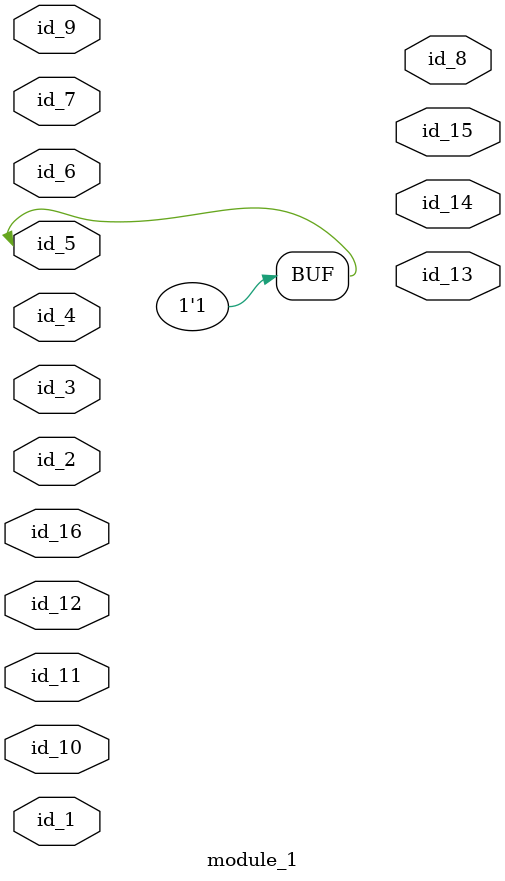
<source format=v>
module module_0;
endmodule
module module_1 (
    id_1,
    id_2,
    id_3,
    id_4,
    id_5,
    id_6,
    id_7,
    id_8,
    id_9,
    id_10,
    id_11,
    id_12,
    id_13,
    id_14,
    id_15,
    id_16
);
  input wire id_16;
  output wire id_15;
  output wire id_14;
  output wire id_13;
  input wire id_12;
  input wire id_11;
  inout wire id_10;
  inout wire id_9;
  output wire id_8;
  inout wire id_7;
  input wire id_6;
  inout wire id_5;
  input wire id_4;
  inout wire id_3;
  input wire id_2;
  input wire id_1;
  assign id_5 = 1;
  module_0 modCall_1 ();
endmodule

</source>
